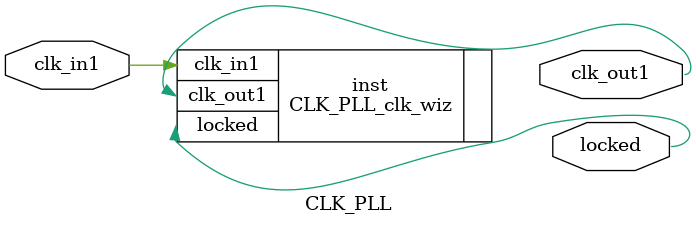
<source format=v>


`timescale 1ps/1ps

(* CORE_GENERATION_INFO = "CLK_PLL,clk_wiz_v6_0_13_0_0,{component_name=CLK_PLL,use_phase_alignment=true,use_min_o_jitter=false,use_max_i_jitter=false,use_dyn_phase_shift=false,use_inclk_switchover=false,use_dyn_reconfig=false,enable_axi=0,feedback_source=FDBK_AUTO,PRIMITIVE=MMCM,num_out_clk=1,clkin1_period=20.000,clkin2_period=10.000,use_power_down=false,use_reset=false,use_locked=true,use_inclk_stopped=false,feedback_type=SINGLE,CLOCK_MGR_TYPE=NA,manual_override=false}" *)

module CLK_PLL 
 (
  // Clock out ports
  output        clk_out1,
  // Status and control signals
  output        locked,
 // Clock in ports
  input         clk_in1
 );

  CLK_PLL_clk_wiz inst
  (
  // Clock out ports  
  .clk_out1(clk_out1),
  // Status and control signals               
  .locked(locked),
 // Clock in ports
  .clk_in1(clk_in1)
  );

endmodule

</source>
